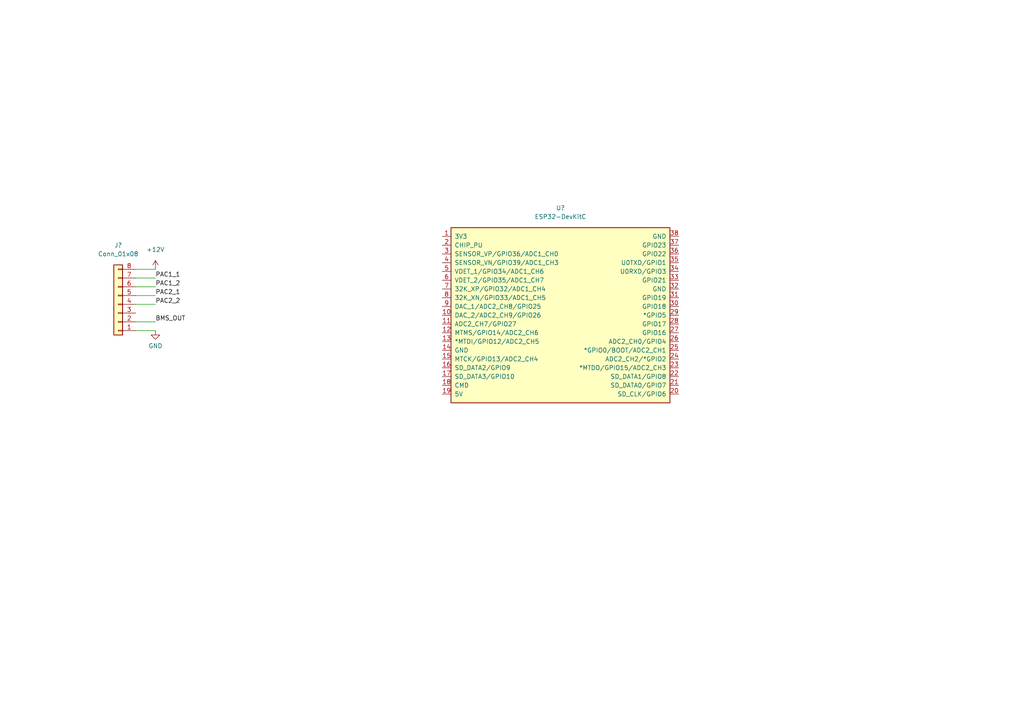
<source format=kicad_sch>
(kicad_sch (version 20211123) (generator eeschema)
  (paper "A4")
  (lib_symbols
    (symbol "Connector_Generic:Conn_01x08" (pin_names (offset 1.016) hide)
      (property "Reference" "J" (at 0 10.16 0))
      (property "Value" "Conn_01x08" (at 0 -12.7 0))
      (symbol "Conn_01x08_1_1"
        (rectangle (start -1.27 -10.033) (end 0 -10.287) (stroke (width 0.1524)))
        (rectangle (start -1.27 -7.493) (end 0 -7.747) (stroke (width 0.1524)))
        (rectangle (start -1.27 -4.953) (end 0 -5.207) (stroke (width 0.1524)))
        (rectangle (start -1.27 -2.413) (end 0 -2.667) (stroke (width 0.1524)))
        (rectangle (start -1.27 0.127) (end 0 -0.127) (stroke (width 0.1524)))
        (rectangle (start -1.27 2.667) (end 0 2.413) (stroke (width 0.1524)))
        (rectangle (start -1.27 5.207) (end 0 4.953) (stroke (width 0.1524)))
        (rectangle (start -1.27 7.747) (end 0 7.493) (stroke (width 0.1524)))
        (rectangle (start -1.27 8.89) (end 1.27 -11.43) (stroke (width 0.254)) (fill (type background)))
        (pin passive line (at -5.08 7.62 0) (length 3.81) (name "Pin_1") (number "1"))
        (pin passive line (at -5.08 5.08 0) (length 3.81) (name "Pin_2") (number "2"))
        (pin passive line (at -5.08 2.54 0) (length 3.81) (name "Pin_3") (number "3"))
        (pin passive line (at -5.08 0 0) (length 3.81) (name "Pin_4") (number "4"))
        (pin passive line (at -5.08 -2.54 0) (length 3.81) (name "Pin_5") (number "5"))
        (pin passive line (at -5.08 -5.08 0) (length 3.81) (name "Pin_6") (number "6"))
        (pin passive line (at -5.08 -7.62 0) (length 3.81) (name "Pin_7") (number "7"))
        (pin passive line (at -5.08 -10.16 0) (length 3.81) (name "Pin_8") (number "8"))
      )
    )
    (symbol "esp32:ESP32-DevKitC" (pin_names (offset 1.016))
      (property "Reference" "U" (at -30.48 30.48 0))
      (property "Value" "ESP32-DevKitC" (at -30.48 27.94 0))
      (symbol "ESP32-DevKitC_0_0"
        (pin power_in line (at -33.02 -10.16 0) (length 2.54) (name "GND") (number "14"))
        (pin power_in line (at -33.02 -22.86 0) (length 2.54) (name "5V") (number "19"))
      )
      (symbol "ESP32-DevKitC_0_1"
        (rectangle (start -30.48 25.4) (end 33.02 -25.4) (stroke (width 0.254)) (fill (type background)))
      )
      (symbol "ESP32-DevKitC_1_1"
        (pin power_in line (at -33.02 22.86 0) (length 2.54) (name "3V3") (number "1"))
        (pin bidirectional line (at -33.02 0 0) (length 2.54) (name "DAC_2/ADC2_CH9/GPIO26") (number "10"))
        (pin bidirectional line (at -33.02 -2.54 0) (length 2.54) (name "ADC2_CH7/GPIO27") (number "11"))
        (pin bidirectional line (at -33.02 -5.08 0) (length 2.54) (name "MTMS/GPIO14/ADC2_CH6") (number "12"))
        (pin bidirectional line (at -33.02 -7.62 0) (length 2.54) (name "*MTDI/GPIO12/ADC2_CH5") (number "13"))
        (pin bidirectional line (at -33.02 -12.7 0) (length 2.54) (name "MTCK/GPIO13/ADC2_CH4") (number "15"))
        (pin bidirectional line (at -33.02 -15.24 0) (length 2.54) (name "SD_DATA2/GPIO9") (number "16"))
        (pin bidirectional line (at -33.02 -17.78 0) (length 2.54) (name "SD_DATA3/GPIO10") (number "17"))
        (pin bidirectional line (at -33.02 -20.32 0) (length 2.54) (name "CMD") (number "18"))
        (pin input line (at -33.02 20.32 0) (length 2.54) (name "CHIP_PU") (number "2"))
        (pin bidirectional line (at 35.56 -22.86 180) (length 2.54) (name "SD_CLK/GPIO6") (number "20"))
        (pin bidirectional line (at 35.56 -20.32 180) (length 2.54) (name "SD_DATA0/GPIO7") (number "21"))
        (pin bidirectional line (at 35.56 -17.78 180) (length 2.54) (name "SD_DATA1/GPIO8") (number "22"))
        (pin bidirectional line (at 35.56 -15.24 180) (length 2.54) (name "*MTDO/GPIO15/ADC2_CH3") (number "23"))
        (pin bidirectional line (at 35.56 -12.7 180) (length 2.54) (name "ADC2_CH2/*GPIO2") (number "24"))
        (pin bidirectional line (at 35.56 -10.16 180) (length 2.54) (name "*GPIO0/BOOT/ADC2_CH1") (number "25"))
        (pin bidirectional line (at 35.56 -7.62 180) (length 2.54) (name "ADC2_CH0/GPIO4") (number "26"))
        (pin bidirectional line (at 35.56 -5.08 180) (length 2.54) (name "GPIO16") (number "27"))
        (pin bidirectional line (at 35.56 -2.54 180) (length 2.54) (name "GPIO17") (number "28"))
        (pin bidirectional line (at 35.56 0 180) (length 2.54) (name "*GPIO5") (number "29"))
        (pin input line (at -33.02 17.78 0) (length 2.54) (name "SENSOR_VP/GPIO36/ADC1_CH0") (number "3"))
        (pin bidirectional line (at 35.56 2.54 180) (length 2.54) (name "GPIO18") (number "30"))
        (pin bidirectional line (at 35.56 5.08 180) (length 2.54) (name "GPIO19") (number "31"))
        (pin power_in line (at 35.56 7.62 180) (length 2.54) (name "GND") (number "32"))
        (pin bidirectional line (at 35.56 10.16 180) (length 2.54) (name "GPIO21") (number "33"))
        (pin bidirectional line (at 35.56 12.7 180) (length 2.54) (name "U0RXD/GPIO3") (number "34"))
        (pin bidirectional line (at 35.56 15.24 180) (length 2.54) (name "U0TXD/GPIO1") (number "35"))
        (pin bidirectional line (at 35.56 17.78 180) (length 2.54) (name "GPIO22") (number "36"))
        (pin bidirectional line (at 35.56 20.32 180) (length 2.54) (name "GPIO23") (number "37"))
        (pin power_in line (at 35.56 22.86 180) (length 2.54) (name "GND") (number "38"))
        (pin input line (at -33.02 15.24 0) (length 2.54) (name "SENSOR_VN/GPIO39/ADC1_CH3") (number "4"))
        (pin input line (at -33.02 12.7 0) (length 2.54) (name "VDET_1/GPIO34/ADC1_CH6") (number "5"))
        (pin input line (at -33.02 10.16 0) (length 2.54) (name "VDET_2/GPIO35/ADC1_CH7") (number "6"))
        (pin bidirectional line (at -33.02 7.62 0) (length 2.54) (name "32K_XP/GPIO32/ADC1_CH4") (number "7"))
        (pin bidirectional line (at -33.02 5.08 0) (length 2.54) (name "32K_XN/GPIO33/ADC1_CH5") (number "8"))
        (pin bidirectional line (at -33.02 2.54 0) (length 2.54) (name "DAC_1/ADC2_CH8/GPIO25") (number "9"))
      )
    )
    (symbol "power:+12V" (power) (pin_names (offset 0))
      (property "Value" "+12V" (at 0 3.556 0))
      (symbol "+12V_0_1"
        (polyline (pts (xy -0.762 1.27) (xy 0 2.54)))
        (polyline (pts (xy 0 0) (xy 0 2.54)))
        (polyline (pts (xy 0 2.54) (xy 0.762 1.27)))
      )
      (symbol "+12V_1_1"
        (pin power_in line (at 0 0 90) (length 0) hide (name "+12V") (number "1"))
      )
    )
    (symbol "power:GND" (power) (pin_names (offset 0))
      (property "Value" "GND" (at 0 -3.81 0))
      (symbol "GND_0_1"
        (polyline (pts (xy 0 0) (xy 0 -1.27) (xy 1.27 -1.27) (xy 0 -2.54) (xy -1.27 -1.27) (xy 0 -1.27)))
      )
      (symbol "GND_1_1"
        (pin power_in line (at 0 0 270) (length 0) hide (name "GND") (number "1"))
      )
    )
  )
  (wire (pts (xy 45.085 88.265) (xy 39.37 88.265)))
  (wire (pts (xy 45.085 93.345) (xy 39.37 93.345)))
  (wire (pts (xy 39.37 78.105) (xy 45.085 78.105)))
  (wire (pts (xy 45.085 85.725) (xy 39.37 85.725)))
  (wire (pts (xy 45.085 83.185) (xy 39.37 83.185)))
  (wire (pts (xy 45.085 80.645) (xy 39.37 80.645)))
  (wire (pts (xy 45.085 95.885) (xy 39.37 95.885)))
  (label "PAC2_2" (at 45.085 88.265 0))
  (label "PAC1_1" (at 45.085 80.645 0))
  (label "PAC2_1" (at 45.085 85.725 0))
  (label "PAC1_2" (at 45.085 83.185 0))
  (label "BMS_OUT" (at 45.085 93.345 0))
  (symbol (lib_id "power:+12V") (at 45.085 78.105 0) (unit 1)
    (property "Reference" "#PWR?" (effects hide))
    (property "Value" "+12V" (at 45.085 72.39 0))
  )
  (symbol (lib_id "power:GND") (at 45.085 95.885 0) (unit 1)
    (property "Reference" "#PWR?" (effects hide))
    (property "Value" "GND" (at 45.085 100.33 0))
  )
  (symbol (lib_id "Connector_Generic:Conn_01x08") (at 34.29 88.265 180) (unit 1)
    (property "Reference" "J?" (at 34.29 71.12 0))
    (property "Value" "Conn_01x08" (at 34.29 73.66 0))
  )
  (symbol (lib_id "esp32:ESP32-DevKitC") (at 161.29 91.44 0) (unit 1)
    (property "Reference" "U?" (at 162.56 60.325 0))
    (property "Value" "ESP32-DevKitC" (at 162.56 62.865 0))
    (property "Footprint" "Espressif:ESP32-DevKitC" (effects hide))
    (property "Datasheet" "https://docs.espressif.com/projects/esp-idf/zh_CN/latest/esp32/hw-reference/esp32/get-started-devkitc.html" (effects hide))
  )
)
</source>
